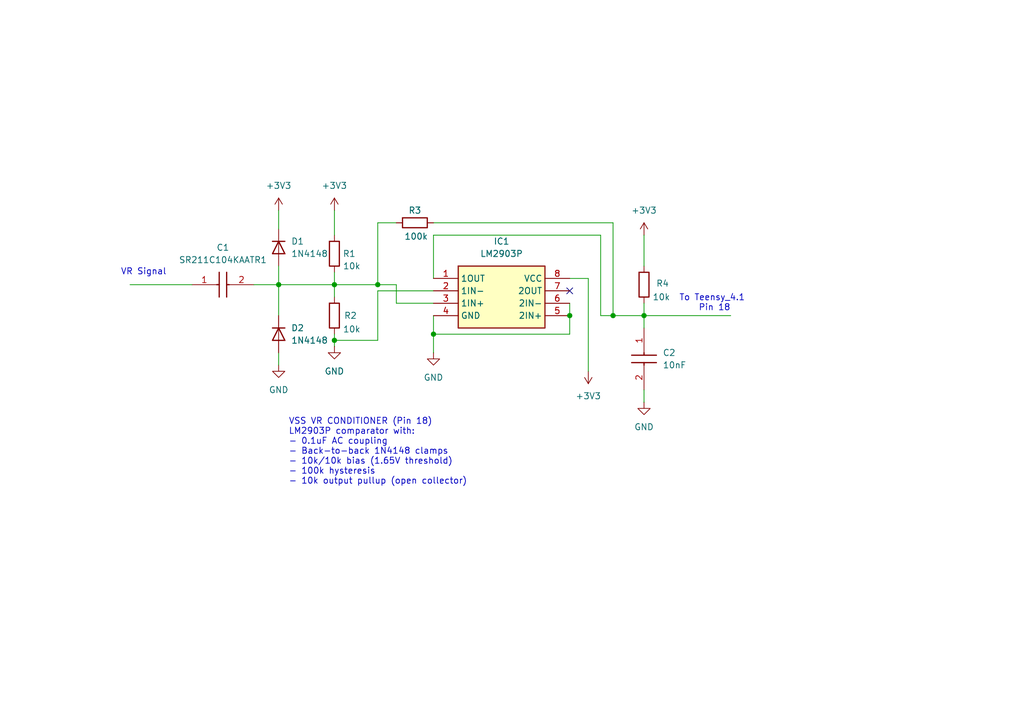
<source format=kicad_sch>
(kicad_sch (version 20250114) (generator "eeschema") (generator_version "9.0")
  (paper "A5")
  (lib_symbols
    (symbol "Device:R" (pin_numbers (hide yes)) (pin_names (offset 0))
      (property "Reference" "R" (at 2.032 0 90))
      (property "Value" "R" (at 0 0 90))
      (symbol "R_0_1"
        (rectangle (start -1.016 -2.54) (end 1.016 2.54) (stroke (width 0.254)))
      )
      (symbol "R_1_1"
        (pin passive line (at 0 3.81 270) (length 1.27) (name "~") (number "1"))
        (pin passive line (at 0 -3.81 90) (length 1.27) (name "~") (number "2"))
      )
    )
    (symbol "Diode:1N4148" (pin_numbers (hide yes)) (pin_names (hide yes))
      (property "Reference" "D" (at 0 2.54 0))
      (property "Value" "1N4148" (at 0 -2.54 0))
      (symbol "1N4148_0_1"
        (polyline (pts (xy -1.27 1.27) (xy -1.27 -1.27)) (stroke (width 0.254)))
        (polyline (pts (xy 1.27 1.27) (xy 1.27 -1.27) (xy -1.27 0) (xy 1.27 1.27)) (stroke (width 0.254)))
        (polyline (pts (xy 1.27 0) (xy -1.27 0)))
      )
      (symbol "1N4148_1_1"
        (pin passive line (at -3.81 0 0) (length 2.54) (name "K") (number "1"))
        (pin passive line (at 3.81 0 180) (length 2.54) (name "A") (number "2"))
      )
    )
    (symbol "SamacSys_Parts:LM2903P"
      (property "Reference" "IC" (at 24.13 7.62 0))
      (property "Value" "LM2903P" (at 24.13 5.08 0))
      (symbol "LM2903P_1_1"
        (rectangle (start 5.08 2.54) (end 22.86 -10.16) (stroke (width 0.254)) (fill (type background)))
        (pin passive line (at 0 0 0) (length 5.08) (name "1OUT") (number "1"))
        (pin passive line (at 0 -2.54 0) (length 5.08) (name "1IN-") (number "2"))
        (pin passive line (at 0 -5.08 0) (length 5.08) (name "1IN+") (number "3"))
        (pin passive line (at 0 -7.62 0) (length 5.08) (name "GND") (number "4"))
        (pin passive line (at 27.94 0 180) (length 5.08) (name "VCC") (number "8"))
        (pin passive line (at 27.94 -2.54 180) (length 5.08) (name "2OUT") (number "7"))
        (pin passive line (at 27.94 -5.08 180) (length 5.08) (name "2IN-") (number "6"))
        (pin passive line (at 27.94 -7.62 180) (length 5.08) (name "2IN+") (number "5"))
      )
    )
    (symbol "SamacSys_Parts:SR211C104KAATR1" (pin_names (hide yes))
      (property "Reference" "C" (at 8.89 6.35 0))
      (property "Value" "SR211C104KAATR1" (at 8.89 3.81 0))
      (symbol "SR211C104KAATR1_1_1"
        (polyline (pts (xy 5.08 0) (xy 5.588 0)) (stroke (width 0.254)))
        (polyline (pts (xy 5.588 2.54) (xy 5.588 -2.54)) (stroke (width 0.254)))
        (polyline (pts (xy 7.112 2.54) (xy 7.112 -2.54)) (stroke (width 0.254)))
        (polyline (pts (xy 7.112 0) (xy 7.62 0)) (stroke (width 0.254)))
        (pin passive line (at 0 0 0) (length 5.08) (name "1") (number "1"))
        (pin passive line (at 12.7 0 180) (length 5.08) (name "2") (number "2"))
      )
    )
    (symbol "power:+3V3" (power) (pin_numbers (hide yes)) (pin_names (offset 0) (hide yes))
      (property "Value" "+3V3" (at 0 3.556 0))
      (symbol "+3V3_0_1"
        (polyline (pts (xy -0.762 1.27) (xy 0 2.54)))
        (polyline (pts (xy 0 2.54) (xy 0.762 1.27)))
        (polyline (pts (xy 0 0) (xy 0 2.54)))
      )
      (symbol "+3V3_1_1"
        (pin power_in line (at 0 0 90) (length 0) (name "~") (number "1"))
      )
    )
    (symbol "power:GND" (power) (pin_numbers (hide yes)) (pin_names (offset 0) (hide yes))
      (property "Value" "GND" (at 0 -3.81 0))
      (symbol "GND_0_1"
        (polyline (pts (xy 0 0) (xy 0 -1.27) (xy 1.27 -1.27) (xy 0 -2.54) (xy -1.27 -1.27) (xy 0 -1.27)))
      )
      (symbol "GND_1_1"
        (pin power_in line (at 0 0 270) (length 0) (name "~") (number "1"))
      )
    )
  )
  (text "VSS VR CONDITIONER (Pin 18)\nLM2903P comparator with:\n- 0.1uF AC coupling\n- Back-to-back 1N4148 clamps\n- 10k/10k bias (1.65V threshold)\n- 100k hysteresis\n- 10k output pullup (open collector)" (at 59.182 92.71 0) (effects (font (size 1.27 1.27)) (justify left)))
  (text "To Teensy_4.1\n Pin 18" (at 146.05 62.23 0) (effects (font (size 1.27 1.27))))
  (text "VR Signal" (at 29.464 55.88 0) (effects (font (size 1.27 1.27))))
  (junction (at 77.47 58.42))
  (junction (at 116.84 64.77))
  (junction (at 68.58 69.85))
  (junction (at 132.08 64.77))
  (junction (at 88.9 68.58))
  (junction (at 125.73 64.77))
  (junction (at 68.58 58.42))
  (junction (at 57.15 58.42))
  (no_connect (at 116.84 59.69))
  (wire (pts (xy 77.47 59.69) (xy 77.47 69.85)))
  (wire (pts (xy 68.58 55.88) (xy 68.58 58.42)))
  (wire (pts (xy 57.15 54.61) (xy 57.15 58.42)))
  (wire (pts (xy 88.9 64.77) (xy 88.9 68.58)))
  (wire (pts (xy 77.47 69.85) (xy 68.58 69.85)))
  (wire (pts (xy 26.67 58.42) (xy 39.37 58.42)))
  (wire (pts (xy 132.08 48.26) (xy 132.08 54.61)))
  (wire (pts (xy 125.73 45.72) (xy 125.73 64.77)))
  (wire (pts (xy 77.47 59.69) (xy 88.9 59.69)))
  (wire (pts (xy 132.08 80.01) (xy 132.08 82.55)))
  (wire (pts (xy 125.73 45.72) (xy 88.9 45.72)))
  (wire (pts (xy 123.19 48.26) (xy 88.9 48.26)))
  (wire (pts (xy 57.15 58.42) (xy 57.15 64.77)))
  (wire (pts (xy 116.84 64.77) (xy 116.84 68.58)))
  (wire (pts (xy 149.86 64.77) (xy 132.08 64.77)))
  (wire (pts (xy 88.9 62.23) (xy 81.28 62.23)))
  (wire (pts (xy 68.58 58.42) (xy 77.47 58.42)))
  (wire (pts (xy 116.84 68.58) (xy 88.9 68.58)))
  (wire (pts (xy 68.58 43.18) (xy 68.58 48.26)))
  (wire (pts (xy 68.58 69.85) (xy 68.58 71.12)))
  (wire (pts (xy 68.58 58.42) (xy 57.15 58.42)))
  (wire (pts (xy 68.58 60.96) (xy 68.58 58.42)))
  (wire (pts (xy 132.08 64.77) (xy 132.08 67.31)))
  (wire (pts (xy 88.9 48.26) (xy 88.9 57.15)))
  (wire (pts (xy 81.28 45.72) (xy 77.47 45.72)))
  (wire (pts (xy 57.15 43.18) (xy 57.15 46.99)))
  (wire (pts (xy 116.84 62.23) (xy 116.84 64.77)))
  (wire (pts (xy 116.84 57.15) (xy 120.65 57.15)))
  (wire (pts (xy 81.28 62.23) (xy 81.28 58.42)))
  (wire (pts (xy 52.07 58.42) (xy 57.15 58.42)))
  (wire (pts (xy 125.73 64.77) (xy 132.08 64.77)))
  (wire (pts (xy 88.9 68.58) (xy 88.9 72.39)))
  (wire (pts (xy 123.19 64.77) (xy 123.19 48.26)))
  (wire (pts (xy 123.19 64.77) (xy 125.73 64.77)))
  (wire (pts (xy 120.65 57.15) (xy 120.65 76.2)))
  (wire (pts (xy 57.15 72.39) (xy 57.15 74.93)))
  (wire (pts (xy 77.47 45.72) (xy 77.47 58.42)))
  (wire (pts (xy 68.58 68.58) (xy 68.58 69.85)))
  (wire (pts (xy 132.08 62.23) (xy 132.08 64.77)))
  (wire (pts (xy 77.47 58.42) (xy 81.28 58.42)))
  (symbol (lib_id "Diode:1N4148") (at 57.15 68.58 270) (unit 1)
    (property "Reference" "D2" (at 59.69 67.3099 90) (effects (justify left)))
    (property "Value" "1N4148" (at 59.69 69.8499 90) (effects (justify left)))
    (property "Footprint" "Diode_THT:D_DO-35_SOD27_P7.62mm_Horizontal" (effects (hide yes)))
    (property "Datasheet" "https://assets.nexperia.com/documents/data-sheet/1N4148_1N4448.pdf" (effects (hide yes)))
    (property "Description" "100V 0.15A standard switching diode, DO-35" (effects (hide yes)))
    (property "Sim.Device" "D" (effects (hide yes)))
    (property "Sim.Pins" "1=K 2=A" (effects (hide yes)))
  )
  (symbol (lib_id "power:GND") (at 88.9 72.39 0) (unit 1) (in_bom no)
    (property "Reference" "#PWR05" (effects (hide yes)))
    (property "Value" "GND" (at 88.9 77.47 0))
    (property "Description" "Power symbol creates a global label with name \"GND\" , ground" (effects (hide yes)))
  )
  (symbol (lib_id "SamacSys_Parts:LM2903P") (at 88.9 57.15 0) (unit 1)
    (property "Reference" "IC1" (at 102.87 49.53 0))
    (property "Value" "LM2903P" (at 102.87 52.07 0))
    (property "Footprint" "SamacSys_Parts:DIP794W53P254L959H508Q8N" (effects (hide yes)))
    (property "Datasheet" "http://www.ti.com/lit/ds/symlink/lm2903.pdf" (effects (hide yes)))
    (property "Description" "LM2903P, Dual Comparator Open Collector 1.3us 12 V, 15 V, 18 V, 24 V, 28 V, 3 V, 5 V, 9 V 8-Pin PDIP" (effects (hide yes)))
    (property "Height" "5.08" (effects (hide yes)))
    (property "Mouser Part Number" "595-LM2903P" (effects (hide yes)))
    (property "Mouser Price/Stock" "https://www.mouser.co.uk/ProductDetail/Texas-Instruments/LM2903P?qs=3pnr37ZAbK83YuwoFcyYVA%3D%3D" (effects (hide yes)))
    (property "Manufacturer_Name" "Texas Instruments" (effects (hide yes)))
    (property "Manufacturer_Part_Number" "LM2903P" (effects (hide yes)))
  )
  (symbol (lib_id "Device:R") (at 68.58 64.77 0) (unit 1)
    (property "Reference" "R2" (at 71.882 64.77 0))
    (property "Value" "10k" (at 72.136 67.564 0))
  )
  (symbol (lib_id "power:+3V3") (at 57.15 43.18 0) (unit 1)
    (property "Reference" "#PWR01" (effects (hide yes)))
    (property "Value" "+3V3" (at 57.15 38.1 0))
    (property "Description" "Power symbol creates a global label with name \"+3V3\"" (effects (hide yes)))
  )
  (symbol (lib_id "Device:R") (at 68.58 52.07 0) (unit 1)
    (property "Reference" "R1" (at 71.628 52.07 0))
    (property "Value" "10k" (at 72.136 54.61 0))
  )
  (symbol (lib_id "power:GND") (at 68.58 71.12 0) (unit 1) (in_bom no)
    (property "Reference" "#PWR04" (effects (hide yes)))
    (property "Value" "GND" (at 68.58 76.2 0))
    (property "Description" "Power symbol creates a global label with name \"GND\" , ground" (effects (hide yes)))
  )
  (symbol (lib_id "power:GND") (at 132.08 82.55 0) (unit 1) (in_bom no)
    (property "Reference" "#PWR08" (effects (hide yes)))
    (property "Value" "GND" (at 132.08 87.63 0))
    (property "Description" "Power symbol creates a global label with name \"GND\" , ground" (effects (hide yes)))
  )
  (symbol (lib_id "power:+3V3") (at 120.65 76.2 0) (mirror x) (unit 1)
    (property "Reference" "#PWR06" (effects (hide yes)))
    (property "Value" "+3V3" (at 120.65 81.28 0))
    (property "Description" "Power symbol creates a global label with name \"+3V3\"" (effects (hide yes)))
  )
  (symbol (lib_id "power:GND") (at 57.15 74.93 0) (unit 1) (in_bom no)
    (property "Reference" "#PWR02" (effects (hide yes)))
    (property "Value" "GND" (at 57.15 80.01 0))
    (property "Description" "Power symbol creates a global label with name \"GND\" , ground" (effects (hide yes)))
  )
  (symbol (lib_id "Diode:1N4148") (at 57.15 50.8 270) (unit 1)
    (property "Reference" "D1" (at 59.69 49.5299 90) (effects (justify left)))
    (property "Value" "1N4148" (at 59.69 52.0699 90) (effects (justify left)))
    (property "Footprint" "Diode_THT:D_DO-35_SOD27_P7.62mm_Horizontal" (effects (hide yes)))
    (property "Datasheet" "https://assets.nexperia.com/documents/data-sheet/1N4148_1N4448.pdf" (effects (hide yes)))
    (property "Description" "100V 0.15A standard switching diode, DO-35" (effects (hide yes)))
    (property "Sim.Device" "D" (effects (hide yes)))
    (property "Sim.Pins" "1=K 2=A" (effects (hide yes)))
  )
  (symbol (lib_id "SamacSys_Parts:SR211C104KAATR1") (at 132.08 67.31 270) (unit 1)
    (property "Reference" "C2" (at 135.89 72.3899 90) (effects (justify left)))
    (property "Value" "10nF" (at 135.89 74.9299 90) (effects (justify left)))
    (property "Footprint" "SamacSys_Parts:SR211C104KAATR1" (effects (hide yes)))
    (property "Datasheet" "https://datasheets.kyocera-avx.com/SR-Series.pdf" (effects (hide yes)))
    (property "Description" "Multilayer Ceramic Capacitors MLCC - Leaded 100V 0.1uF X7R Long Leads 1\"min 10% A 581-SR211C104KARTR1" (effects (hide yes)))
    (property "Height" "5.08" (effects (hide yes)))
    (property "Mouser Part Number" "581-SR211C104KAATR1" (effects (hide yes)))
    (property "Mouser Price/Stock" "https://www.mouser.co.uk/ProductDetail/KYOCERA-AVX/SR211C104KAATR1?qs=wrl9V6q653S2nTpVE13MlA%3D%3D" (effects (hide yes)))
    (property "Manufacturer_Name" "Kyocera AVX" (effects (hide yes)))
    (property "Manufacturer_Part_Number" "SR211C104KAATR1" (effects (hide yes)))
  )
  (symbol (lib_id "power:+3V3") (at 132.08 48.26 0) (unit 1)
    (property "Reference" "#PWR07" (effects (hide yes)))
    (property "Value" "+3V3" (at 132.08 43.18 0))
    (property "Description" "Power symbol creates a global label with name \"+3V3\"" (effects (hide yes)))
  )
  (symbol (lib_id "power:+3V3") (at 68.58 43.18 0) (unit 1)
    (property "Reference" "#PWR03" (effects (hide yes)))
    (property "Value" "+3V3" (at 68.58 38.1 0))
    (property "Description" "Power symbol creates a global label with name \"+3V3\"" (effects (hide yes)))
  )
  (symbol (lib_id "SamacSys_Parts:SR211C104KAATR1") (at 39.37 58.42 0) (unit 1)
    (property "Reference" "C1" (at 45.72 50.8 0))
    (property "Value" "SR211C104KAATR1" (at 45.72 53.34 0))
    (property "Footprint" "SamacSys_Parts:SR211C104KAATR1" (effects (hide yes)))
    (property "Datasheet" "https://datasheets.kyocera-avx.com/SR-Series.pdf" (effects (hide yes)))
    (property "Description" "Multilayer Ceramic Capacitors MLCC - Leaded 100V 0.1uF X7R Long Leads 1\"min 10% A 581-SR211C104KARTR1" (effects (hide yes)))
    (property "Height" "5.08" (effects (hide yes)))
    (property "Mouser Part Number" "581-SR211C104KAATR1" (effects (hide yes)))
    (property "Mouser Price/Stock" "https://www.mouser.co.uk/ProductDetail/KYOCERA-AVX/SR211C104KAATR1?qs=wrl9V6q653S2nTpVE13MlA%3D%3D" (effects (hide yes)))
    (property "Manufacturer_Name" "Kyocera AVX" (effects (hide yes)))
    (property "Manufacturer_Part_Number" "SR211C104KAATR1" (effects (hide yes)))
  )
  (symbol (lib_id "Device:R") (at 132.08 58.42 0) (unit 1)
    (property "Reference" "R4" (at 135.89 58.166 0))
    (property "Value" "10k" (at 135.636 60.96 0))
  )
  (symbol (lib_id "Device:R") (at 85.09 45.72 90) (unit 1)
    (property "Reference" "R3" (at 85.09 43.18 90))
    (property "Value" "100k" (at 85.344 48.514 90))
  )
)
</source>
